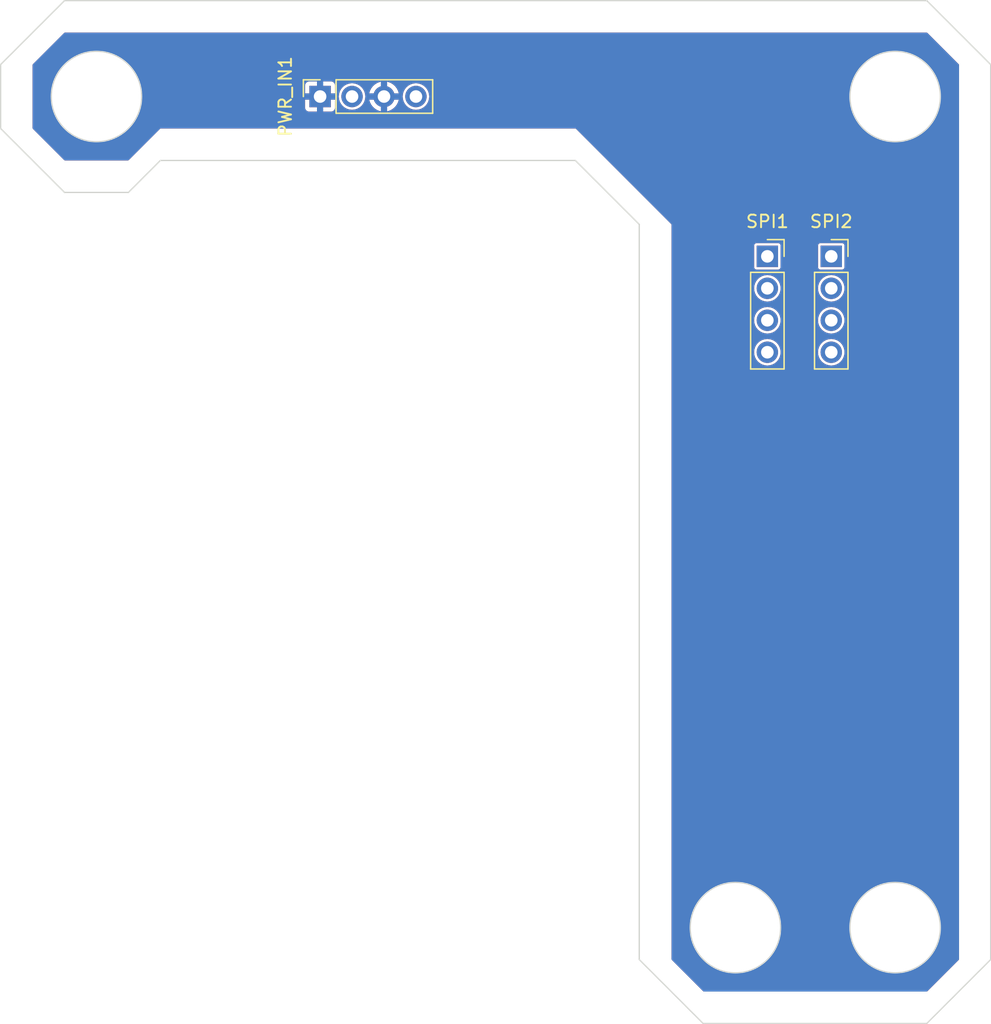
<source format=kicad_pcb>
(kicad_pcb (version 20221018) (generator pcbnew)
  (layers (0 "F.Cu" signal) (31 "B.Cu" signal) (34 "B.Paste" user) (35 "F.Paste" user) (36 "B.SilkS" user "B.Silkscreen") (37 "F.SilkS" user "F.Silkscreen") (38 "B.Mask" user) (39 "F.Mask" user) (44 "Edge.Cuts" user))
  (net 0 "")
  (net 1 "+3.3V")
  (net 2 "+5V")
  (net 3 "SPI1_MISO")
  (net 4 "SPI1_CLOCK")
  (net 5 "SPI1_MOSI")
  (net 6 "SPI1_CS")
  (net 7 "SPI2_MISO")
  (net 8 "GND")
  (net 9 "SPI2_CLOCK")
  (net 10 "SPI2_MOSI")
  (net 11 "SPI2_CS")
  (footprint "Connector_PinSocket_2.54mm:PinSocket_1x04_P2.54mm_Vertical" (layer "F.Cu") (at 43.18 25.4 90)
    (fp_text reference "PWR_IN1" (at 0 -2.77 90) (layer "F.SilkS"))
    (fp_text value "PowerIn")
    (fp_line (start -1.33 1.27) (end -1.33 8.95) (stroke (width 0.12)) (layer "F.SilkS"))
    (fp_line (start -1.33 1.27) (end 1.33 1.27) (stroke (width 0.12)) (layer "F.SilkS"))
    (fp_line (start -1.33 8.95) (end 1.33 8.95) (stroke (width 0.12)) (layer "F.SilkS"))
    (fp_line (start 0 -1.33) (end 1.33 -1.33) (stroke (width 0.12)) (layer "F.SilkS"))
    (fp_line (start 1.33 -1.33) (end 1.33 0) (stroke (width 0.12)) (layer "F.SilkS"))
    (fp_line (start 1.33 1.27) (end 1.33 8.95) (stroke (width 0.12)) (layer "F.SilkS"))
    (pad "1" thru_hole rect (at 0 0 90) (size 1.7 1.7) (drill 1) (layers "*.Cu" "*.Mask") (net 8 "GND"))
    (pad "2" thru_hole oval (at 0 2.54 90) (size 1.7 1.7) (drill 1) (layers "*.Cu" "*.Mask") (net 1 "+3.3V"))
    (pad "3" thru_hole oval (at 0 5.08 90) (size 1.7 1.7) (drill 1) (layers "*.Cu" "*.Mask") (net 8 "GND"))
    (pad "4" thru_hole oval (at 0 7.62 90) (size 1.7 1.7) (drill 1) (layers "*.Cu" "*.Mask") (net 2 "+5V"))
  )
  (footprint "Connector_PinSocket_2.54mm:PinSocket_1x04_P2.54mm_Vertical" (layer "F.Cu") (at 78.74 38.1)
    (fp_text reference "SPI1" (at 0 -2.77) (layer "F.SilkS"))
    (fp_text value "SPI1")
    (fp_line (start -1.33 1.27) (end -1.33 8.95) (stroke (width 0.12)) (layer "F.SilkS"))
    (fp_line (start -1.33 1.27) (end 1.33 1.27) (stroke (width 0.12)) (layer "F.SilkS"))
    (fp_line (start -1.33 8.95) (end 1.33 8.95) (stroke (width 0.12)) (layer "F.SilkS"))
    (fp_line (start 0 -1.33) (end 1.33 -1.33) (stroke (width 0.12)) (layer "F.SilkS"))
    (fp_line (start 1.33 -1.33) (end 1.33 0) (stroke (width 0.12)) (layer "F.SilkS"))
    (fp_line (start 1.33 1.27) (end 1.33 8.95) (stroke (width 0.12)) (layer "F.SilkS"))
    (pad "1" thru_hole rect (at 0 0) (size 1.7 1.7) (drill 1) (layers "*.Cu" "*.Mask") (net 3 "SPI1_MISO"))
    (pad "2" thru_hole oval (at 0 2.54) (size 1.7 1.7) (drill 1) (layers "*.Cu" "*.Mask") (net 4 "SPI1_CLOCK"))
    (pad "3" thru_hole oval (at 0 5.08) (size 1.7 1.7) (drill 1) (layers "*.Cu" "*.Mask") (net 5 "SPI1_MOSI"))
    (pad "4" thru_hole oval (at 0 7.62) (size 1.7 1.7) (drill 1) (layers "*.Cu" "*.Mask") (net 6 "SPI1_CS"))
  )
  (footprint "Connector_PinSocket_2.54mm:PinSocket_1x04_P2.54mm_Vertical" (layer "F.Cu") (at 83.82 38.1)
    (fp_text reference "SPI2" (at 0 -2.77) (layer "F.SilkS"))
    (fp_text value "SPI2")
    (fp_line (start -1.33 1.27) (end -1.33 8.95) (stroke (width 0.12)) (layer "F.SilkS"))
    (fp_line (start -1.33 1.27) (end 1.33 1.27) (stroke (width 0.12)) (layer "F.SilkS"))
    (fp_line (start -1.33 8.95) (end 1.33 8.95) (stroke (width 0.12)) (layer "F.SilkS"))
    (fp_line (start 0 -1.33) (end 1.33 -1.33) (stroke (width 0.12)) (layer "F.SilkS"))
    (fp_line (start 1.33 -1.33) (end 1.33 0) (stroke (width 0.12)) (layer "F.SilkS"))
    (fp_line (start 1.33 1.27) (end 1.33 8.95) (stroke (width 0.12)) (layer "F.SilkS"))
    (pad "1" thru_hole rect (at 0 0) (size 1.7 1.7) (drill 1) (layers "*.Cu" "*.Mask") (net 7 "SPI2_MISO"))
    (pad "2" thru_hole oval (at 0 2.54) (size 1.7 1.7) (drill 1) (layers "*.Cu" "*.Mask") (net 9 "SPI2_CLOCK"))
    (pad "3" thru_hole oval (at 0 5.08) (size 1.7 1.7) (drill 1) (layers "*.Cu" "*.Mask") (net 10 "SPI2_MOSI"))
    (pad "4" thru_hole oval (at 0 7.62) (size 1.7 1.7) (drill 1) (layers "*.Cu" "*.Mask") (net 11 "SPI2_CS"))
  )
  (gr_line (start 68.555 93.98) (end 73.635 99.06) (stroke (width 0.1)) (layer "Edge.Cuts"))
  (gr_line (start 68.555 35.56) (end 68.555 93.98) (stroke (width 0.1)) (layer "Edge.Cuts"))
  (gr_line (start 96.495 93.98) (end 96.495 22.86) (stroke (width 0.1)) (layer "Edge.Cuts"))
  (gr_line (start 22.86 33.02) (end 27.94 33.02) (stroke (width 0.1)) (layer "Edge.Cuts"))
  (gr_line (start 91.415 17.78) (end 96.495 22.86) (stroke (width 0.1)) (layer "Edge.Cuts"))
  (gr_line (start 17.78 27.94) (end 17.78 22.86) (stroke (width 0.1)) (layer "Edge.Cuts"))
  (gr_line (start 30.48 30.48) (end 63.475 30.48) (stroke (width 0.1)) (layer "Edge.Cuts"))
  (gr_circle (center 88.9 91.44) (end 91.44 88.9) (stroke (width 0.1)) (fill none) (layer "Edge.Cuts"))
  (gr_line (start 91.415 17.78) (end 22.86 17.78) (stroke (width 0.1)) (layer "Edge.Cuts"))
  (gr_circle (center 25.4 25.4) (end 22.86 22.86) (stroke (width 0.1)) (fill none) (layer "Edge.Cuts"))
  (gr_circle (center 76.2 91.44) (end 78.74 88.9) (stroke (width 0.1)) (fill none) (layer "Edge.Cuts"))
  (gr_line (start 17.78 27.94) (end 22.86 33.02) (stroke (width 0.1)) (layer "Edge.Cuts"))
  (gr_line (start 63.475 30.48) (end 68.555 35.56) (stroke (width 0.1)) (layer "Edge.Cuts"))
  (gr_line (start 73.635 99.06) (end 91.415 99.06) (stroke (width 0.1)) (layer "Edge.Cuts"))
  (gr_line (start 17.78 22.86) (end 22.86 17.78) (stroke (width 0.1)) (layer "Edge.Cuts"))
  (gr_line (start 91.415 99.06) (end 96.495 93.98) (stroke (width 0.1)) (layer "Edge.Cuts"))
  (gr_circle (center 88.9 25.4) (end 91.44 22.86) (stroke (width 0.1)) (fill none) (layer "Edge.Cuts"))
  (gr_line (start 27.94 33.02) (end 30.48 30.48) (stroke (width 0.1)) (layer "Edge.Cuts"))
  (zone (net 8) (net_name "GND") (layers "F&B.Cu") (connect_pads (clearance 0.2)) (min_thickness 0.2) (fill yes (thermal_gap 0.35) (thermal_bridge_width 0.5))
    (polygon (pts (xy 91.44 20.32) (xy 22.86 20.32) (xy 20.32 22.86) (xy 20.32 27.94) (xy 22.86 30.48) (xy 27.94 30.48) (xy 30.48 27.94) (xy 63.5 27.94) (xy 71.12 35.56) (xy 71.12 93.98) (xy 73.66 96.52) (xy 91.44 96.52) (xy 93.98 93.98) (xy 93.98 22.86)))
  )
)
</source>
